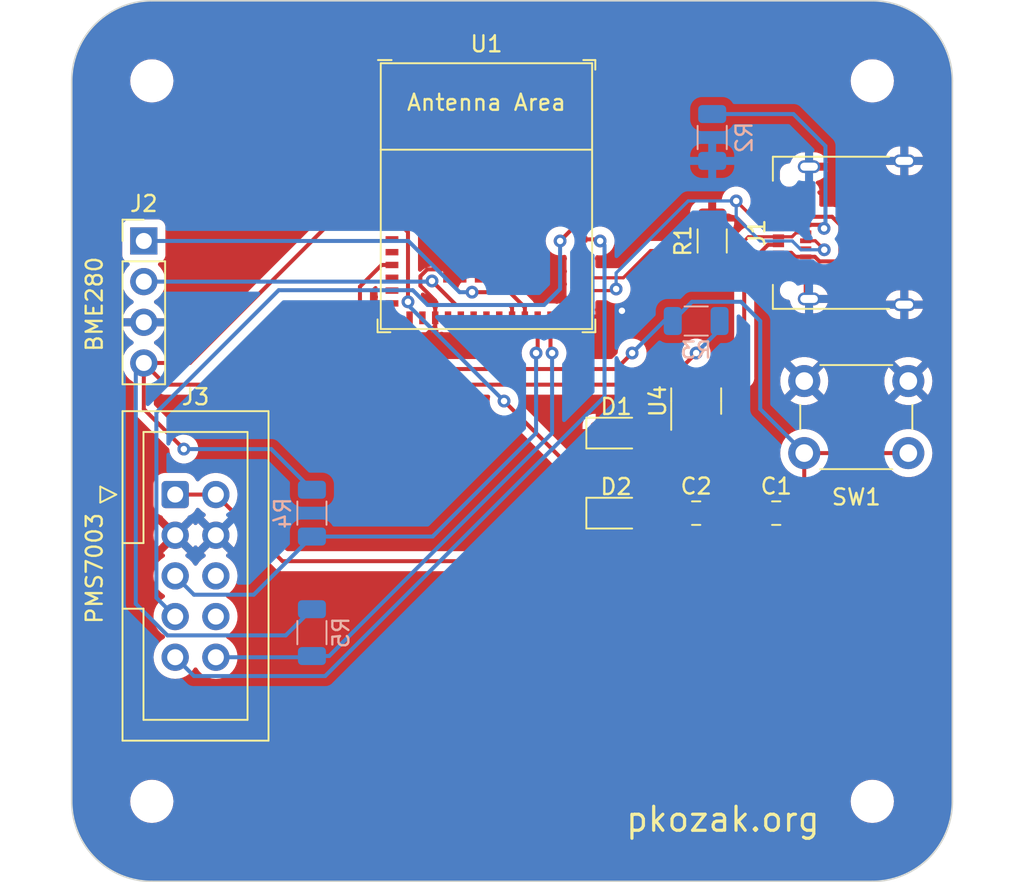
<source format=kicad_pcb>
(kicad_pcb (version 20221018) (generator pcbnew)
  (layers (0 "F.Cu" signal) (31 "B.Cu" signal) (34 "B.Paste" user) (35 "F.Paste" user) (36 "B.SilkS" user "B.Silkscreen") (37 "F.SilkS" user "F.Silkscreen") (38 "B.Mask" user) (39 "F.Mask" user) (44 "Edge.Cuts" user))
  (net 0 "")
  (net 1 "GND")
  (net 2 "+3.3V")
  (net 17 "/USB_D-")
  (net 18 "/USB_D+")
  (net 21 "/UART_TX")
  (net 22 "/UART_RX")
  (net 27 "Net-(U1-EN{slash}CHIP_PU)")
  (net 28 "+5V")
  (net 29 "/DEBUG_LED")
  (net 30 "/PMS_RESET")
  (net 31 "/PMS_SLEEP")
  (net 34 "Net-(J1-CC1)")
  (net 35 "Net-(J1-CC2)")
  (net 46 "/SDA")
  (net 47 "/SDC")
  (footprint "Capacitor_SMD:C_0805_2012Metric_Pad1.18x1.45mm_HandSolder" (layer "F.Cu") (at 59 52)
    (fp_text reference "C2" (at 0 -1.68) (layer "F.SilkS"))
    (fp_text value "4.7µF")
    (fp_line (start -0.261252 -0.735) (end 0.261252 -0.735) (stroke (width 0.12)) (layer "F.SilkS"))
    (fp_line (start -0.261252 0.735) (end 0.261252 0.735) (stroke (width 0.12)) (layer "F.SilkS"))
    (pad "1" smd roundrect (at -1.0375 0) (size 1.175 1.45) (layers "F.Cu" "F.Paste" "F.Mask") (roundrect_rratio 0.2127659574) (net 28 "+5V"))
    (pad "2" smd roundrect (at 1.0375 0) (size 1.175 1.45) (layers "F.Cu" "F.Paste" "F.Mask") (roundrect_rratio 0.2127659574) (net 1 "GND"))
  )
  (footprint "Connector_IDC:IDC-Header_2x05_P2.54mm_Vertical" (layer "F.Cu") (at 26.46 50.84)
    (fp_text reference "J3" (at 1.27 -6.1) (layer "F.SilkS"))
    (fp_text value "Conn_02x05_Odd_Even")
    (fp_line (start -4.68 -0.5) (end -4.68 0.5) (stroke (width 0.12)) (layer "F.SilkS"))
    (fp_line (start -4.68 0.5) (end -3.68 0) (stroke (width 0.12)) (layer "F.SilkS"))
    (fp_line (start -3.68 0) (end -4.68 -0.5) (stroke (width 0.12)) (layer "F.SilkS"))
    (fp_line (start -3.29 -5.21) (end 5.83 -5.21) (stroke (width 0.12)) (layer "F.SilkS"))
    (fp_line (start -3.29 3.03) (end -1.98 3.03) (stroke (width 0.12)) (layer "F.SilkS"))
    (fp_line (start -3.29 15.37) (end -3.29 -5.21) (stroke (width 0.12)) (layer "F.SilkS"))
    (fp_line (start -1.98 -3.91) (end 4.52 -3.91) (stroke (width 0.12)) (layer "F.SilkS"))
    (fp_line (start -1.98 3.03) (end -1.98 -3.91) (stroke (width 0.12)) (layer "F.SilkS"))
    (fp_line (start -1.98 7.13) (end -3.29 7.13) (stroke (width 0.12)) (layer "F.SilkS"))
    (fp_line (start -1.98 7.13) (end -1.98 7.13) (stroke (width 0.12)) (layer "F.SilkS"))
    (fp_line (start -1.98 14.07) (end -1.98 7.13) (stroke (width 0.12)) (layer "F.SilkS"))
    (fp_line (start 4.52 -3.91) (end 4.52 14.07) (stroke (width 0.12)) (layer "F.SilkS"))
    (fp_line (start 4.52 14.07) (end -1.98 14.07) (stroke (width 0.12)) (layer "F.SilkS"))
    (fp_line (start 5.83 -5.21) (end 5.83 15.37) (stroke (width 0.12)) (layer "F.SilkS"))
    (fp_line (start 5.83 15.37) (end -3.29 15.37) (stroke (width 0.12)) (layer "F.SilkS"))
    (pad "1" thru_hole roundrect (at 0 0) (size 1.7 1.7) (drill 1) (layers "*.Cu" "*.Mask") (roundrect_rratio 0.1470588235) (net 28 "+5V"))
    (pad "2" thru_hole circle (at 2.54 0) (size 1.7 1.7) (drill 1) (layers "*.Cu" "*.Mask") (net 28 "+5V"))
    (pad "3" thru_hole circle (at 0 2.54) (size 1.7 1.7) (drill 1) (layers "*.Cu" "*.Mask") (net 1 "GND"))
    (pad "4" thru_hole circle (at 2.54 2.54) (size 1.7 1.7) (drill 1) (layers "*.Cu" "*.Mask") (net 1 "GND"))
    (pad "5" thru_hole circle (at 0 5.08) (size 1.7 1.7) (drill 1) (layers "*.Cu" "*.Mask") (net 30 "/PMS_RESET"))
    (pad "6" thru_hole circle (at 2.54 5.08) (size 1.7 1.7) (drill 1) (layers "*.Cu" "*.Mask"))
    (pad "7" thru_hole circle (at 0 7.62) (size 1.7 1.7) (drill 1) (layers "*.Cu" "*.Mask") (net 21 "/UART_TX"))
    (pad "8" thru_hole circle (at 2.54 7.62) (size 1.7 1.7) (drill 1) (layers "*.Cu" "*.Mask"))
    (pad "9" thru_hole circle (at 0 10.16) (size 1.7 1.7) (drill 1) (layers "*.Cu" "*.Mask") (net 22 "/UART_RX"))
    (pad "10" thru_hole circle (at 2.54 10.16) (size 1.7 1.7) (drill 1) (layers "*.Cu" "*.Mask") (net 31 "/PMS_SLEEP"))
  )
  (footprint "MountingHole:MountingHole_2.2mm_M2" (layer "F.Cu") (at 70 70)
    (fp_text reference "REF**" hide)
    (fp_text value "MountingHole_2.2mm_M2")
    (pad "" np_thru_hole circle (at 0 0) (size 2.2 2.2) (drill 2.2) (layers "*.Cu" "*.Mask"))
  )
  (footprint "Connector_USB:USB_C_Receptacle_Amphenol_12401610E4-2A" (layer "F.Cu") (at 69.16 34.49 90)
    (fp_text reference "J1" (at 0 -6.36 90) (layer "F.SilkS"))
    (fp_text value "USB_C_Receptacle")
    (fp_line (start -4.75 -5.37) (end -4.75 1.89) (stroke (width 0.12)) (layer "F.SilkS"))
    (fp_line (start -4.75 -5.37) (end -3.25 -5.37) (stroke (width 0.12)) (layer "F.SilkS"))
    (fp_line (start 3.25 -5.37) (end 4.75 -5.37) (stroke (width 0.12)) (layer "F.SilkS"))
    (fp_line (start 4.75 -5.37) (end 4.75 1.89) (stroke (width 0.12)) (layer "F.SilkS"))
    (pad "" np_thru_hole circle (at -3.6 -4.36 90) (size 0.65 0.65) (drill 0.65) (layers "*.Cu" "*.Mask"))
    (pad "" np_thru_hole oval (at 3.6 -4.36 90) (size 0.95 0.65) (drill oval 0.95 0.65) (layers "*.Cu" "*.Mask"))
    (pad "A1" smd rect (at -2.75 -5.02 90) (size 0.3 0.7) (layers "F.Cu" "F.Paste" "F.Mask") (net 1 "GND"))
    (pad "A2" smd rect (at -2.25 -5.02 90) (size 0.3 0.7) (layers "F.Cu" "F.Paste" "F.Mask"))
    (pad "A3" smd rect (at -1.75 -5.02 90) (size 0.3 0.7) (layers "F.Cu" "F.Paste" "F.Mask"))
    (pad "A4" smd rect (at -1.25 -5.02 90) (size 0.3 0.7) (layers "F.Cu" "F.Paste" "F.Mask") (net 28 "+5V"))
    (pad "A5" smd rect (at -0.75 -5.02 90) (size 0.3 0.7) (layers "F.Cu" "F.Paste" "F.Mask") (net 34 "Net-(J1-CC1)"))
    (pad "A6" smd rect (at -0.25 -5.02 90) (size 0.3 0.7) (layers "F.Cu" "F.Paste" "F.Mask") (net 18 "/USB_D+"))
    (pad "A7" smd rect (at 0.25 -5.02 90) (size 0.3 0.7) (layers "F.Cu" "F.Paste" "F.Mask") (net 17 "/USB_D-"))
    (pad "A8" smd rect (at 0.75 -5.02 90) (size 0.3 0.7) (layers "F.Cu" "F.Paste" "F.Mask"))
    (pad "A9" smd rect (at 1.25 -5.02 90) (size 0.3 0.7) (layers "F.Cu" "F.Paste" "F.Mask") (net 28 "+5V"))
    (pad "A10" smd rect (at 1.75 -5.02 90) (size 0.3 0.7) (layers "F.Cu" "F.Paste" "F.Mask"))
    (pad "A11" smd rect (at 2.25 -5.02 90) (size 0.3 0.7) (layers "F.Cu" "F.Paste" "F.Mask"))
    (pad "A12" smd rect (at 2.75 -5.02 90) (size 0.3 0.7) (layers "F.Cu" "F.Paste" "F.Mask") (net 1 "GND"))
    (pad "B1" smd rect (at 2.5 -3.32 90) (size 0.3 0.7) (layers "F.Cu" "F.Paste" "F.Mask") (net 1 "GND"))
    (pad "B2" smd rect (at 2 -3.32 90) (size 0.3 0.7) (layers "F.Cu" "F.Paste" "F.Mask"))
    (pad "B3" smd rect (at 1.5 -3.32 90) (size 0.3 0.7) (layers "F.Cu" "F.Paste" "F.Mask"))
    (pad "B4" smd rect (at 1 -3.32 90) (size 0.3 0.7) (layers "F.Cu" "F.Paste" "F.Mask") (net 28 "+5V"))
    (pad "B5" smd rect (at 0.5 -3.32 90) (size 0.3 0.7) (layers "F.Cu" "F.Paste" "F.Mask") (net 35 "Net-(J1-CC2)"))
    (pad "B6" smd rect (at 0 -3.32 90) (size 0.3 0.7) (layers "F.Cu" "F.Paste" "F.Mask") (net 18 "/USB_D+"))
    (pad "B7" smd rect (at -0.5 -3.32 90) (size 0.3 0.7) (layers "F.Cu" "F.Paste" "F.Mask") (net 17 "/USB_D-"))
    (pad "B8" smd rect (at -1 -3.32 90) (size 0.3 0.7) (layers "F.Cu" "F.Paste" "F.Mask"))
    (pad "B9" smd rect (at -1.5 -3.32 90) (size 0.3 0.7) (layers "F.Cu" "F.Paste" "F.Mask") (net 28 "+5V"))
    (pad "B10" smd rect (at -2 -3.32 90) (size 0.3 0.7) (layers "F.Cu" "F.Paste" "F.Mask"))
    (pad "B11" smd rect (at -2.5 -3.32 90) (size 0.3 0.7) (layers "F.Cu" "F.Paste" "F.Mask"))
    (pad "B12" smd rect (at -3 -3.32 90) (size 0.3 0.7) (layers "F.Cu" "F.Paste" "F.Mask") (net 1 "GND"))
    (pad "S1" thru_hole oval (at -4.49 2.84 90) (size 0.8 1.4) (drill oval 0.5 1.1) (layers "*.Cu" "*.Mask") (net 1 "GND"))
    (pad "S1" thru_hole oval (at -4.13 -3.11 90) (size 0.8 1.4) (drill oval 0.5 1.1) (layers "*.Cu" "*.Mask") (net 1 "GND"))
    (pad "S1" thru_hole oval (at 4.13 -3.11 90) (size 0.8 1.4) (drill oval 0.5 1.1) (layers "*.Cu" "*.Mask") (net 1 "GND"))
    (pad "S1" thru_hole oval (at 4.49 2.84 90) (size 0.8 1.4) (drill oval 0.5 1.1) (layers "*.Cu" "*.Mask") (net 1 "GND"))
  )
  (footprint "LED_SMD:LED_0805_2012Metric_Pad1.15x1.40mm_HandSolder" (layer "F.Cu") (at 54 52)
    (fp_text reference "D2" (at 0 -1.65) (layer "F.SilkS"))
    (fp_text value "BLUE")
    (fp_line (start -1.86 -0.96) (end -1.86 0.96) (stroke (width 0.12)) (layer "F.SilkS"))
    (fp_line (start -1.86 0.96) (end 1 0.96) (stroke (width 0.12)) (layer "F.SilkS"))
    (fp_line (start 1 -0.96) (end -1.86 -0.96) (stroke (width 0.12)) (layer "F.SilkS"))
    (pad "1" smd roundrect (at -1.025 0) (size 1.15 1.4) (layers "F.Cu" "F.Paste" "F.Mask") (roundrect_rratio 0.2173913043) (net 1 "GND"))
    (pad "2" smd roundrect (at 1.025 0) (size 1.15 1.4) (layers "F.Cu" "F.Paste" "F.Mask") (roundrect_rratio 0.2173913043) (net 29 "/DEBUG_LED"))
  )
  (footprint "LED_SMD:LED_0805_2012Metric_Pad1.15x1.40mm_HandSolder" (layer "F.Cu") (at 54 47)
    (fp_text reference "D1" (at 0 -1.65) (layer "F.SilkS"))
    (fp_text value "RED")
    (fp_line (start -1.86 -0.96) (end -1.86 0.96) (stroke (width 0.12)) (layer "F.SilkS"))
    (fp_line (start -1.86 0.96) (end 1 0.96) (stroke (width 0.12)) (layer "F.SilkS"))
    (fp_line (start 1 -0.96) (end -1.86 -0.96) (stroke (width 0.12)) (layer "F.SilkS"))
    (pad "1" smd roundrect (at -1.025 0) (size 1.15 1.4) (layers "F.Cu" "F.Paste" "F.Mask") (roundrect_rratio 0.2173913043) (net 1 "GND"))
    (pad "2" smd roundrect (at 1.025 0) (size 1.15 1.4) (layers "F.Cu" "F.Paste" "F.Mask") (roundrect_rratio 0.2173913043) (net 2 "+3.3V"))
  )
  (footprint "Button_Switch_THT:SW_PUSH_6mm_H5mm" (layer "F.Cu") (at 65.75 43.75)
    (fp_text reference "SW1" (at 3.25 7.25) (layer "F.SilkS"))
    (fp_text value "SW_Push")
    (fp_line (start -0.25 1.5) (end -0.25 3) (stroke (width 0.12)) (layer "F.SilkS"))
    (fp_line (start 1 5.5) (end 5.5 5.5) (stroke (width 0.12)) (layer "F.SilkS"))
    (fp_line (start 5.5 -1) (end 1 -1) (stroke (width 0.12)) (layer "F.SilkS"))
    (fp_line (start 6.75 3) (end 6.75 1.5) (stroke (width 0.12)) (layer "F.SilkS"))
    (pad "1" thru_hole circle (at 0 0 90) (size 2 2) (drill 1.1) (layers "*.Cu" "*.Mask") (net 1 "GND"))
    (pad "1" thru_hole circle (at 6.5 0 90) (size 2 2) (drill 1.1) (layers "*.Cu" "*.Mask") (net 1 "GND"))
    (pad "2" thru_hole circle (at 0 4.5 90) (size 2 2) (drill 1.1) (layers "*.Cu" "*.Mask") (net 27 "Net-(U1-EN{slash}CHIP_PU)"))
    (pad "2" thru_hole circle (at 6.5 4.5 90) (size 2 2) (drill 1.1) (layers "*.Cu" "*.Mask") (net 27 "Net-(U1-EN{slash}CHIP_PU)"))
  )
  (footprint "Connector_PinHeader_2.54mm:PinHeader_1x04_P2.54mm_Vertical" (layer "F.Cu") (at 24.5 35)
    (fp_text reference "J2" (at 0 -2.33) (layer "F.SilkS"))
    (fp_text value "Conn_01x04_Pin")
    (fp_line (start -1.33 -1.33) (end 0 -1.33) (stroke (width 0.12)) (layer "F.SilkS"))
    (fp_line (start -1.33 0) (end -1.33 -1.33) (stroke (width 0.12)) (layer "F.SilkS"))
    (fp_line (start -1.33 1.27) (end -1.33 8.95) (stroke (width 0.12)) (layer "F.SilkS"))
    (fp_line (start -1.33 1.27) (end 1.33 1.27) (stroke (width 0.12)) (layer "F.SilkS"))
    (fp_line (start -1.33 8.95) (end 1.33 8.95) (stroke (width 0.12)) (layer "F.SilkS"))
    (fp_line (start 1.33 1.27) (end 1.33 8.95) (stroke (width 0.12)) (layer "F.SilkS"))
    (pad "1" thru_hole rect (at 0 0) (size 1.7 1.7) (drill 1) (layers "*.Cu" "*.Mask") (net 47 "/SDC"))
    (pad "2" thru_hole oval (at 0 2.54) (size 1.7 1.7) (drill 1) (layers "*.Cu" "*.Mask") (net 46 "/SDA"))
    (pad "3" thru_hole oval (at 0 5.08) (size 1.7 1.7) (drill 1) (layers "*.Cu" "*.Mask") (net 1 "GND"))
    (pad "4" thru_hole oval (at 0 7.62) (size 1.7 1.7) (drill 1) (layers "*.Cu" "*.Mask") (net 2 "+3.3V"))
  )
  (footprint "Capacitor_SMD:C_0805_2012Metric_Pad1.18x1.45mm_HandSolder" (layer "F.Cu") (at 64 52)
    (fp_text reference "C1" (at 0 -1.68) (layer "F.SilkS"))
    (fp_text value "100nF")
    (fp_line (start -0.261252 -0.735) (end 0.261252 -0.735) (stroke (width 0.12)) (layer "F.SilkS"))
    (fp_line (start -0.261252 0.735) (end 0.261252 0.735) (stroke (width 0.12)) (layer "F.SilkS"))
    (pad "1" smd roundrect (at -1.0375 0) (size 1.175 1.45) (layers "F.Cu" "F.Paste" "F.Mask") (roundrect_rratio 0.2127659574) (net 1 "GND"))
    (pad "2" smd roundrect (at 1.0375 0) (size 1.175 1.45) (layers "F.Cu" "F.Paste" "F.Mask") (roundrect_rratio 0.2127659574) (net 27 "Net-(U1-EN{slash}CHIP_PU)"))
  )
  (footprint "MountingHole:MountingHole_2.2mm_M2" (layer "F.Cu") (at 25 70)
    (fp_text reference "REF**" hide)
    (fp_text value "MountingHole_2.2mm_M2")
    (pad "" np_thru_hole circle (at 0 0) (size 2.2 2.2) (drill 2.2) (layers "*.Cu" "*.Mask"))
  )
  (footprint "Package_TO_SOT_SMD:SOT-23-5" (layer "F.Cu") (at 59 45 90)
    (fp_text reference "U4" (at 0 -2.4 90) (layer "F.SilkS"))
    (fp_text value "AP2112K-3.3")
    (fp_line (start 0 -1.56) (end -1.8 -1.56) (stroke (width 0.12)) (layer "F.SilkS"))
    (fp_line (start 0 -1.56) (end 0.8 -1.56) (stroke (width 0.12)) (layer "F.SilkS"))
    (fp_line (start 0 1.56) (end -0.8 1.56) (stroke (width 0.12)) (layer "F.SilkS"))
    (fp_line (start 0 1.56) (end 0.8 1.56) (stroke (width 0.12)) (layer "F.SilkS"))
    (pad "1" smd roundrect (at -1.1375 -0.95 90) (size 1.325 0.6) (layers "F.Cu" "F.Paste" "F.Mask") (net 28 "+5V"))
    (pad "2" smd roundrect (at -1.1375 0 90) (size 1.325 0.6) (layers "F.Cu" "F.Paste" "F.Mask") (net 1 "GND"))
    (pad "3" smd roundrect (at -1.1375 0.95 90) (size 1.325 0.6) (layers "F.Cu" "F.Paste" "F.Mask") (net 28 "+5V"))
    (pad "4" smd roundrect (at 1.1375 0.95 90) (size 1.325 0.6) (layers "F.Cu" "F.Paste" "F.Mask"))
    (pad "5" smd roundrect (at 1.1375 -0.95 90) (size 1.325 0.6) (layers "F.Cu" "F.Paste" "F.Mask") (net 2 "+3.3V"))
  )
  (footprint "MountingHole:MountingHole_2.2mm_M2" (layer "F.Cu") (at 70 25)
    (fp_text reference "REF**" hide)
    (fp_text value "MountingHole_2.2mm_M2")
    (pad "" np_thru_hole circle (at 0 0) (size 2.2 2.2) (drill 2.2) (layers "*.Cu" "*.Mask"))
  )
  (footprint "MountingHole:MountingHole_2.2mm_M2" (layer "F.Cu") (at 25 25)
    (fp_text reference "REF**" hide)
    (fp_text value "MountingHole_2.2mm_M2")
    (pad "" np_thru_hole circle (at 0 0) (size 2.2 2.2) (drill 2.2) (layers "*.Cu" "*.Mask"))
  )
  (footprint "PCM_Espressif:ESP32-C3-MINI-1" (layer "F.Cu") (at 45.9 32.2)
    (fp_text reference "U1" (at 0 -9.5) (layer "F.SilkS"))
    (fp_text value "ESP32-C3-MINI-1")
    (fp_text user "Antenna Area" (at 0 -5.85) (layer "F.SilkS"))
    (fp_line (start -6.8 7.7) (end -6.8 8.5) (stroke (width 0.12)) (layer "F.SilkS"))
    (fp_line (start -6.8 8.5) (end -6 8.5) (stroke (width 0.12)) (layer "F.SilkS"))
    (fp_line (start -6.6 -8.3) (end 6.6 -8.3) (stroke (width 0.12)) (layer "F.SilkS"))
    (fp_line (start -6.6 -2.9) (end 6.6 -2.9) (stroke (width 0.12)) (layer "F.SilkS"))
    (fp_line (start -6.6 8.3) (end -6.6 -8.3) (stroke (width 0.12)) (layer "F.SilkS"))
    (fp_line (start -5.925 -8.5) (end -6.775 -8.5) (stroke (width 0.12)) (layer "F.SilkS"))
    (fp_line (start 6.05 -8.5) (end 6.8 -8.5) (stroke (width 0.12)) (layer "F.SilkS"))
    (fp_line (start 6.6 -8.3) (end 6.6 8.3) (stroke (width 0.12)) (layer "F.SilkS"))
    (fp_line (start 6.6 8.3) (end -6.6 8.3) (stroke (width 0.12)) (layer "F.SilkS"))
    (fp_line (start 6.8 -8.5) (end 6.8 -7.9) (stroke (width 0.12)) (layer "F.SilkS"))
    (fp_line (start 6.8 7.7) (end 6.8 8.5) (stroke (width 0.12)) (layer "F.SilkS"))
    (fp_line (start 6.8 8.5) (end 6 8.5) (stroke (width 0.12)) (layer "F.SilkS"))
    (pad "1" smd rect (at -5.9 -1.3 90) (size 0.4 0.8) (layers "F.Cu" "F.Paste" "F.Mask") (net 1 "GND"))
    (pad "2" smd rect (at -5.9 -0.5 90) (size 0.4 0.8) (layers "F.Cu" "F.Paste" "F.Mask") (net 1 "GND"))
    (pad "3" smd rect (at -5.9 0.3 90) (size 0.4 0.8) (layers "F.Cu" "F.Paste" "F.Mask") (net 2 "+3.3V"))
    (pad "4" smd rect (at -5.9 1.1 90) (size 0.4 0.8) (layers "F.Cu" "F.Paste" "F.Mask"))
    (pad "5" smd rect (at -5.9 1.9 90) (size 0.4 0.8) (layers "F.Cu" "F.Paste" "F.Mask") (net 29 "/DEBUG_LED"))
    (pad "6" smd rect (at -5.9 2.7 90) (size 0.4 0.8) (layers "F.Cu" "F.Paste" "F.Mask"))
    (pad "7" smd rect (at -5.9 3.5 90) (size 0.4 0.8) (layers "F.Cu" "F.Paste" "F.Mask"))
    (pad "8" smd rect (at -5.9 4.3 90) (size 0.4 0.8) (layers "F.Cu" "F.Paste" "F.Mask") (net 27 "Net-(U1-EN{slash}CHIP_PU)"))
    (pad "9" smd rect (at -5.9 5.1 90) (size 0.4 0.8) (layers "F.Cu" "F.Paste" "F.Mask"))
    (pad "10" smd rect (at -5.9 5.9 90) (size 0.4 0.8) (layers "F.Cu" "F.Paste" "F.Mask"))
    (pad "11" smd rect (at -5.9 6.7 90) (size 0.4 0.8) (layers "F.Cu" "F.Paste" "F.Mask") (net 1 "GND"))
    (pad "12" smd rect (at -4.8 7.6) (size 0.4 0.8) (layers "F.Cu" "F.Paste" "F.Mask"))
    (pad "13" smd rect (at -4 7.6) (size 0.4 0.8) (layers "F.Cu" "F.Paste" "F.Mask"))
    (pad "14" smd rect (at -3.2 7.6) (size 0.4 0.8) (layers "F.Cu" "F.Paste" "F.Mask") (net 1 "GND"))
    (pad "15" smd rect (at -2.4 7.6) (size 0.4 0.8) (layers "F.Cu" "F.Paste" "F.Mask"))
    (pad "16" smd rect (at -1.6 7.6) (size 0.4 0.8) (layers "F.Cu" "F.Paste" "F.Mask"))
    (pad "17" smd rect (at -0.8 7.6) (size 0.4 0.8) (layers "F.Cu" "F.Paste" "F.Mask"))
    (pad "18" smd rect (at 0 7.6) (size 0.4 0.8) (layers "F.Cu" "F.Paste" "F.Mask"))
    (pad "19" smd rect (at 0.8 7.6) (size 0.4 0.8) (layers "F.Cu" "F.Paste" "F.Mask"))
    (pad "20" smd rect (at 1.6 7.6) (size 0.4 0.8) (layers "F.Cu" "F.Paste" "F.Mask") (net 46 "/SDA"))
    (pad "21" smd rect (at 2.4 7.6) (size 0.4 0.8) (layers "F.Cu" "F.Paste" "F.Mask") (net 47 "/SDC"))
    (pad "22" smd rect (at 3.2 7.6) (size 0.4 0.8) (layers "F.Cu" "F.Paste" "F.Mask") (net 30 "/PMS_RESET"))
    (pad "23" smd rect (at 4 7.6) (size 0.4 0.8) (layers "F.Cu" "F.Paste" "F.Mask") (net 31 "/PMS_SLEEP"))
    (pad "24" smd rect (at 4.8 7.6) (size 0.4 0.8) (layers "F.Cu" "F.Paste" "F.Mask"))
    (pad "25" smd rect (at 5.9 6.7 90) (size 0.4 0.8) (layers "F.Cu" "F.Paste" "F.Mask"))
    (pad "26" smd rect (at 5.9 5.9 90) (size 0.4 0.8) (layers "F.Cu" "F.Paste" "F.Mask") (net 17 "/USB_D-"))
    (pad "27" smd rect (at 5.9 5.1 90) (size 0.4 0.8) (layers "F.Cu" "F.Paste" "F.Mask") (net 18 "/USB_D+"))
    (pad "28" smd rect (at 5.9 4.3 90) (size 0.4 0.8) (layers "F.Cu" "F.Paste" "F.Mask"))
    (pad "29" smd rect (at 5.9 3.5 90) (size 0.4 0.8) (layers "F.Cu" "F.Paste" "F.Mask"))
    (pad "30" smd rect (at 5.9 2.7 90) (size 0.4 0.8) (layers "F.Cu" "F.Paste" "F.Mask") (net 22 "/UART_RX"))
    (pad "31" smd rect (at 5.9 1.9 90) (size 0.4 0.8) (layers "F.Cu" "F.Paste" "F.Mask") (net 21 "/UART_TX"))
    (pad "32" smd rect (at 5.9 1.1 90) (size 0.4 0.8) (layers "F.Cu" "F.Paste" "F.Mask"))
    (pad "33" smd rect (at 5.9 0.3 90) (size 0.4 0.8) (layers "F.Cu" "F.Paste" "F.Mask"))
    (pad "34" smd rect (at 5.9 -0.5 90) (size 0.4 0.8) (layers "F.Cu" "F.Paste" "F.Mask"))
    (pad "35" smd rect (at 5.9 -1.3 90) (size 0.4 0.8) (layers "F.Cu" "F.Paste" "F.Mask"))
    (pad "36" smd rect (at 4.8 -2.2) (size 0.4 0.8) (layers "F.Cu" "F.Paste" "F.Mask") (net 1 "GND"))
    (pad "37" smd rect (at 4 -2.2) (size 0.4 0.8) (layers "F.Cu" "F.Paste" "F.Mask") (net 1 "GND"))
    (pad "38" smd rect (at 3.2 -2.2) (size 0.4 0.8) (layers "F.Cu" "F.Paste" "F.Mask") (net 1 "GND"))
    (pad "39" smd rect (at 2.4 -2.2) (size 0.4 0.8) (layers "F.Cu" "F.Paste" "F.Mask") (net 1 "GND"))
    (pad "40" smd rect (at 1.6 -2.2) (size 0.4 0.8) (layers "F.Cu" "F.Paste" "F.Mask") (net 1 "GND"))
    (pad "41" smd rect (at 0.8 -2.2) (size 0.4 0.8) (layers "F.Cu" "F.Paste" "F.Mask") (net 1 "GND"))
    (pad "42" smd rect (at 0 -2.2) (size 0.4 0.8) (layers "F.Cu" "F.Paste" "F.Mask") (net 1 "GND"))
    (pad "43" smd rect (at -0.8 -2.2) (size 0.4 0.8) (layers "F.Cu" "F.Paste" "F.Mask") (net 1 "GND"))
    (pad "44" smd rect (at -1.6 -2.2) (size 0.4 0.8) (layers "F.Cu" "F.Paste" "F.Mask") (net 1 "GND"))
    (pad "45" smd rect (at -2.4 -2.2) (size 0.4 0.8) (layers "F.Cu" "F.Paste" "F.Mask") (net 1 "GND"))
    (pad "46" smd rect (at -3.2 -2.2) (size 0.4 0.8) (layers "F.Cu" "F.Paste" "F.Mask") (net 1 "GND"))
    (pad "47" smd rect (at -4 -2.2) (size 0.4 0.8) (layers "F.Cu" "F.Paste" "F.Mask") (net 1 "GND"))
    (pad "48" smd rect (at -4.8 -2.2) (size 0.4 0.8) (layers "F.Cu" "F.Paste" "F.Mask") (net 1 "GND"))
    (pad "49" smd custom (at -1.975 0.725) (size 0.8 0.8) (layers "F.Cu" "F.Paste" "F.Mask") (net 1 "GND") (options (clearance outline) (anchor rect)) (primitives (gr_poly (pts (xy 0.725 0.725) (xy -0.725 0.725) (xy -0.725 -0.125) (xy -0.125 -0.725) (xy 0.725 -0.725)) (width 0) (fill yes))))
    (pad "49" smd rect (at -1.975 2.7 90) (size 1.45 1.45) (layers "F.Cu" "F.Paste" "F.Mask") (net 1 "GND"))
    (pad "49" smd rect (at -1.975 4.675 90) (size 1.45 1.45) (layers "F.Cu" "F.Paste" "F.Mask") (net 1 "GND"))
    (pad "49" smd rect (at 0 0.725 90) (size 1.45 1.45) (layers "F.Cu" "F.Paste" "F.Mask") (net 1 "GND"))
    (pad "49" smd rect (at 0 2.7 90) (size 1.45 1.45) (layers "F.Cu" "F.Paste" "F.Mask") (net 1 "GND"))
    (pad "49" smd rect (at 0 4.675 90) (size 1.45 1.45) (layers "F.Cu" "F.Paste" "F.Mask") (net 1 "GND"))
    (pad "49" smd rect (at 1.975 0.725 90) (size 1.45 1.45) (layers "F.Cu" "F.Paste" "F.Mask") (net 1 "GND"))
    (pad "49" smd rect (at 1.975 2.7 90) (size 1.45 1.45) (layers "F.Cu" "F.Paste" "F.Mask") (net 1 "GND"))
    (pad "49" smd rect (at 1.975 4.675 90) (size 1.45 1.45) (layers "F.Cu" "F.Paste" "F.Mask") (net 1 "GND"))
    (pad "50" smd rect (at 5.95 -2.25 90) (size 0.7 0.7) (layers "F.Cu" "F.Paste" "F.Mask") (net 1 "GND"))
    (pad "51" smd rect (at 5.95 7.65 90) (size 0.7 0.7) (layers "F.Cu" "F.Paste" "F.Mask") (net 1 "GND"))
    (pad "52" smd rect (at -5.95 7.65 90) (size 0.7 0.7) (layers "F.Cu" "F.Paste" "F.Mask") (net 1 "GND"))
    (pad "53" smd rect (at -5.95 -2.25 90) (size 0.7 0.7) (layers "F.Cu" "F.Paste" "F.Mask") (net 1 "GND"))
  )
  (footprint "Resistor_SMD:R_1206_3216Metric" (layer "F.Cu") (at 60 35 90)
    (fp_text reference "R1" (at 0 -1.82 90) (layer "F.SilkS"))
    (fp_text value "5.1kΩ")
    (fp_line (start -0.727064 -0.91) (end 0.727064 -0.91) (stroke (width 0.12)) (layer "F.SilkS"))
    (fp_line (start -0.727064 0.91) (end 0.727064 0.91) (stroke (width 0.12)) (layer "F.SilkS"))
    (pad "1" smd roundrect (at -1.4625 0 90) (size 1.125 1.75) (layers "F.Cu" "F.Paste" "F.Mask") (roundrect_rratio 0.2222222222) (net 34 "Net-(J1-CC1)"))
    (pad "2" smd roundrect (at 1.4625 0 90) (size 1.125 1.75) (layers "F.Cu" "F.Paste" "F.Mask") (roundrect_rratio 0.2222222222) (net 1 "GND"))
  )
  (footprint "Resistor_SMD:R_1206_3216Metric" (layer "B.Cu") (at 35 52 -90)
    (fp_text reference "R4" (at 0 1.82 90) (layer "B.SilkS") (effects (justify mirror)))
    (fp_text value "10kΩ")
    (fp_line (start -0.727064 -0.91) (end 0.727064 -0.91) (stroke (width 0.12)) (layer "B.SilkS"))
    (fp_line (start -0.727064 0.91) (end 0.727064 0.91) (stroke (width 0.12)) (layer "B.SilkS"))
    (pad "1" smd roundrect (at -1.4625 0 270) (size 1.125 1.75) (layers "B.Cu" "B.Paste" "B.Mask") (roundrect_rratio 0.2222222222) (net 2 "+3.3V"))
    (pad "2" smd roundrect (at 1.4625 0 270) (size 1.125 1.75) (layers "B.Cu" "B.Paste" "B.Mask") (roundrect_rratio 0.2222222222) (net 30 "/PMS_RESET"))
  )
  (footprint "Resistor_SMD:R_1206_3216Metric" (layer "B.Cu") (at 59 40)
    (fp_text reference "R3" (at 0 1.82 -360) (layer "B.SilkS") (effects (justify mirror)))
    (fp_text value "10kΩ")
    (fp_line (start -0.727064 -0.91) (end 0.727064 -0.91) (stroke (width 0.12)) (layer "B.SilkS"))
    (fp_line (start -0.727064 0.91) (end 0.727064 0.91) (stroke (width 0.12)) (layer "B.SilkS"))
    (pad "1" smd roundrect (at -1.4625 0) (size 1.125 1.75) (layers "B.Cu" "B.Paste" "B.Mask") (roundrect_rratio 0.2222222222) (net 27 "Net-(U1-EN{slash}CHIP_PU)"))
    (pad "2" smd roundrect (at 1.4625 0) (size 1.125 1.75) (layers "B.Cu" "B.Paste" "B.Mask") (roundrect_rratio 0.2222222222) (net 2 "+3.3V"))
  )
  (footprint "Resistor_SMD:R_1206_3216Metric" (layer "B.Cu") (at 35 59.4625 90)
    (fp_text reference "R5" (at 0 1.82 90) (layer "B.SilkS") (effects (justify mirror)))
    (fp_text value "10kΩ")
    (fp_line (start -0.727064 -0.91) (end 0.727064 -0.91) (stroke (width 0.12)) (layer "B.SilkS"))
    (fp_line (start -0.727064 0.91) (end 0.727064 0.91) (stroke (width 0.12)) (layer "B.SilkS"))
    (pad "1" smd roundrect (at -1.4625 0 90) (size 1.125 1.75) (layers "B.Cu" "B.Paste" "B.Mask") (roundrect_rratio 0.2222222222) (net 31 "/PMS_SLEEP"))
    (pad "2" smd roundrect (at 1.4625 0 90) (size 1.125 1.75) (layers "B.Cu" "B.Paste" "B.Mask") (roundrect_rratio 0.2222222222) (net 2 "+3.3V"))
  )
  (footprint "Resistor_SMD:R_1206_3216Metric" (layer "B.Cu") (at 60 28.5375 -90)
    (fp_text reference "R2" (at 0 -2 90) (layer "B.SilkS") (effects (justify mirror)))
    (fp_text value "5.1kΩ")
    (fp_line (start -0.727064 -0.91) (end 0.727064 -0.91) (stroke (width 0.12)) (layer "B.SilkS"))
    (fp_line (start -0.727064 0.91) (end 0.727064 0.91) (stroke (width 0.12)) (layer "B.SilkS"))
    (pad "1" smd roundrect (at -1.4625 0 270) (size 1.125 1.75) (layers "B.Cu" "B.Paste" "B.Mask") (roundrect_rratio 0.2222222222) (net 35 "Net-(J1-CC2)"))
    (pad "2" smd roundrect (at 1.4625 0 270) (size 1.125 1.75) (layers "B.Cu" "B.Paste" "B.Mask") (roundrect_rratio 0.2222222222) (net 1 "GND"))
  )
  (gr_line (start 75 70) (end 75 25) (stroke (width 0.1)) (layer "Edge.Cuts"))
  (gr_line (start 20 25) (end 20 70) (stroke (width 0.1)) (layer "Edge.Cuts"))
  (gr_arc (start 25 75) (mid 21.464466 73.535534) (end 20 70) (stroke (width 0.1)) (layer "Edge.Cuts"))
  (gr_line (start 25 75) (end 70 75) (stroke (width 0.1)) (layer "Edge.Cuts"))
  (gr_arc (start 70 20) (mid 73.535534 21.464466) (end 75 25) (stroke (width 0.1)) (layer "Edge.Cuts"))
  (gr_arc (start 75 70) (mid 73.535534 73.535534) (end 70 75) (stroke (width 0.1)) (layer "Edge.Cuts"))
  (gr_arc (start 20 25) (mid 21.464466 21.464466) (end 25 20) (stroke (width 0.1)) (layer "Edge.Cuts"))
  (gr_line (start 70 20) (end 25 20) (stroke (width 0.1)) (layer "Edge.Cuts"))
  (gr_text "pkozak.org" (at 54.5 72) (layer "F.SilkS") (effects (font (size 1.5 1.5) (thickness 0.2)) (justify left bottom)))
  (gr_text "BME280" (at 22 42 90) (layer "F.SilkS") (effects (font (size 1 1)) (justify left bottom)))
  (gr_text "PMS7003" (at 22 59 90) (layer "F.SilkS") (effects (font (size 1 1)) (justify left bottom)))
  (segment (start 64.14 37.24) (end 64.94 37.24) (width 0.25) (layer "F.Cu") (net 1))
  (segment (start 54.362653 39.362653) (end 53.875305 39.85) (width 0.25) (layer "F.Cu") (net 1))
  (segment (start 42.7 38.725305) (end 41.775 37.800305) (width 0.25) (layer "F.Cu") (net 1))
  (segment (start 64.94 37.24) (end 65.19 37.49) (width 0.25) (layer "F.Cu") (net 1))
  (segment (start 66.05 31.78) (end 66.05 30.36) (width 0.25) (layer "F.Cu") (net 1))
  (segment (start 24.5 40.08) (end 28.92 40.08) (width 0.25) (layer "F.Cu") (net 1))
  (segment (start 41.05 29.95) (end 41.1 30) (width 0.25) (layer "F.Cu") (net 1))
  (segment (start 37.3 31.7) (end 40 31.7) (width 0.25) (layer "F.Cu") (net 1))
  (segment (start 40 39.8) (end 39.95 39.85) (width 0.25) (layer "F.Cu") (net 1))
  (segment (start 52 29.95) (end 51.85 29.95) (width 0.25) (layer "F.Cu") (net 1))
  (segment (start 53.875305 39.85) (end 51.85 39.85) (width 0.25) (layer "F.Cu") (net 1))
  (segment (start 40 38.9) (end 40 39.8) (width 0.25) (layer "F.Cu") (net 1))
  (segment (start 42.199695 36.775) (end 43.825 36.775) (width 0.25) (layer "F.Cu") (net 1))
  (segment (start 65.84 31.99) (end 65.59 31.74) (width 0.25) (layer "F.Cu") (net 1))
  (segment (start 41 41) (end 42 41) (width 0.25) (layer "F.Cu") (net 1))
  (segment (start 41.775 37.800305) (end 41.775 37.199695) (width 0.25) (layer "F.Cu") (net 1))
  (segment (start 39.95 39.85) (end 39.95 39.95) (width 0.25) (layer "F.Cu") (net 1))
  (segment (start 42.7 39.8) (end 42.7 38.725305) (width 0.25) (layer "F.Cu") (net 1))
  (segment (start 65.84 37.49) (end 65.84 38.41) (width 0.25) (layer "F.Cu") (net 1))
  (segment (start 65.84 31.99) (end 66.05 31.78) (width 0.25) (layer "F.Cu") (net 1))
  (segment (start 65.59 31.74) (end 64.14 31.74) (width 0.25) (layer "F.Cu") (net 1))
  (segment (start 60 51.9625) (end 60.0375 52) (width 0.25) (layer "F.Cu") (net 1))
  (segment (start 42 41) (end 42.7 40.3) (width 0.25) (layer "F.Cu") (net 1))
  (segment (start 59 46.1375) (end 59 49) (width 0.25) (layer "F.Cu") (net 1))
  (segment (start 59 49) (end 60 50) (width 0.25) (layer "F.Cu") (net 1))
  (segment (start 65.19 37.49) (end 65.84 37.49) (width 0.25) (layer "F.Cu") (net 1))
  (segment (start 43.825 36.775) (end 43.925 36.875) (width 0.25) (layer "F.Cu") (net 1))
  (segment (start 65.84 38.41) (end 66.05 38.62) (width 0.25) (layer "F.Cu") (net 1))
  (segment (start 28.92 40.08) (end 37.3 31.7) (width 0.25) (layer "F.Cu") (net 1))
  (segment (start 41.775 37.199695) (end 42.199695 36.775) (width 0.25) (layer "F.Cu") (net 1))
  (segment (start 50.75 29.95) (end 50.7 30) (width 0.25) (layer "F.Cu") (net 1))
  (segment (start 60 50) (end 60 51.9625) (width 0.25) (layer "F.Cu") (net 1))
  (segment (start 39.95 39.95) (end 41 41) (width 0.25) (layer "F.Cu") (net 1))
  (segment (start 42.7 40.3) (end 42.7 39.8) (width 0.25) (layer "F.Cu") (net 1))
  (via (at 54.362653 39.362653) (size 0.8) (drill 0.4) (layers "F.Cu" "B.Cu") (net 1))
  (segment (start 24.5 42.62) (end 24.5 45.5) (width 0.25) (layer "F.Cu") (net 2))
  (segment (start 27.38 42.62) (end 37.5 32.5) (width 0.25) (layer "F.Cu") (net 2))
  (segment (start 58.05 43.8625) (end 58.05 42.95) (width 0.25) (layer "F.Cu") (net 2))
  (segment (start 56 47) (end 57 46) (width 0.25) (layer "F.Cu") (net 2))
  (segment (start 58.05 43.8625) (end 57.9375 43.975) (width 0.25) (layer "F.Cu") (net 2))
  (segment (start 57 44.9125) (end 58.05 43.8625) (width 0.25) (layer "F.Cu") (net 2))
  (segment (start 25.855 43.975) (end 24.5 42.62) (width 0.25) (layer "F.Cu") (net 2))
  (segment (start 24.5 45.5) (end 27 48) (width 0.25) (layer "F.Cu") (net 2))
  (segment (start 58.05 42.95) (end 59 42) (width 0.25) (layer "F.Cu") (net 2))
  (segment (start 55.025 47) (end 56 47) (width 0.25) (layer "F.Cu") (net 2))
  (segment (start 24.5 42.62) (end 27.38 42.62) (width 0.25) (layer "F.Cu") (net 2))
  (segment (start 57.9375 43.975) (end 25.855 43.975) (width 0.25) (layer "F.Cu") (net 2))
  (segment (start 57 46) (end 57 44.9125) (width 0.25) (layer "F.Cu") (net 2))
  (segment (start 37.5 32.5) (end 40 32.5) (width 0.25) (layer "F.Cu") (net 2))
  (via (at 27 48) (size 0.8) (drill 0.4) (layers "F.Cu" "B.Cu") (net 2))
  (via (at 59 42) (size 0.8) (drill 0.4) (layers "F.Cu" "B.Cu") (net 2))
  (segment (start 24 57.661701) (end 24 43.12) (width 0.25) (layer "B.Cu") (net 2))
  (segment (start 35 58) (end 33.365 59.635) (width 0.25) (layer "B.Cu") (net 2))
  (segment (start 60.4625 40) (end 60.4625 40.5375) (width 0.25) (layer "B.Cu") (net 2))
  (segment (start 24 43.12) (end 24.5 42.62) (width 0.25) (layer "B.Cu") (net 2))
  (segment (start 60.4625 40.5375) (end 59 42) (width 0.25) (layer "B.Cu") (net 2))
  (segment (start 32.4625 48) (end 27 48) (width 0.25) (layer "B.Cu") (net 2))
  (segment (start 25.973299 59.635) (end 24 57.661701) (width 0.25) (layer "B.Cu") (net 2))
  (segment (start 35 50.5375) (end 32.4625 48) (width 0.25) (layer "B.Cu") (net 2))
  (segment (start 33.365 59.635) (end 25.973299 59.635) (width 0.25) (layer "B.Cu") (net 2))
  (segment (start 61.5 32.5) (end 63.24 34.24) (width 0.2) (layer "F.Cu") (net 17))
  (segment (start 66.44 34.99) (end 65.84 34.99) (width 0.2) (layer "F.Cu") (net 17))
  (segment (start 67 35.55) (end 66.44 34.99) (width 0.2) (layer "F.Cu") (net 17))
  (segment (start 53.9 38.1) (end 51.8 38.1) (width 0.2) (layer "F.Cu") (net 17))
  (segment (start 63.24 34.24) (end 64.14 34.24) (width 0.2) (layer "F.Cu") (net 17))
  (segment (start 54 38) (end 53.9 38.1) (width 0.2) (layer "F.Cu") (net 17))
  (via (at 67 35.55) (size 0.8) (drill 0.4) (layers "F.Cu" "B.Cu") (net 17))
  (via (at 54 38) (size 0.8) (drill 0.4) (layers "F.Cu" "B.Cu") (net 17))
  (via (at 61.5 32.5) (size 0.8) (drill 0.4) (layers "F.Cu" "B.Cu") (net 17))
  (segment (start 65 35) (end 63 35) (width 0.2) (layer "B.Cu") (net 17))
  (segment (start 67 35.55) (end 65.55 35.55) (width 0.2) (layer "B.Cu") (net 17))
  (segment (start 58.5 32.5) (end 54 37) (width 0.2) (layer "B.Cu") (net 17))
  (segment (start 65.55 35.55) (end 65 35) (width 0.2) (layer "B.Cu") (net 17))
  (segment (start 61.5 33.5) (end 61.5 32.5) (width 0.2) (layer "B.Cu") (net 17))
  (segment (start 61.5 32.5) (end 58.5 32.5) (width 0.2) (layer "B.Cu") (net 17))
  (segment (start 54 37) (end 54 38) (width 0.2) (layer "B.Cu") (net 17))
  (segment (start 63 35) (end 61.5 33.5) (width 0.2) (layer "B.Cu") (net 17))
  (segment (start 65.24 34.49) (end 65.84 34.49) (width 0.2) (layer "F.Cu") (net 18))
  (segment (start 56.15 35.6) (end 61.4 35.6) (width 0.2) (layer "F.Cu") (net 18))
  (segment (start 62.26 34.74) (end 64.14 34.74) (width 0.2) (layer "F.Cu") (net 18))
  (segment (start 61.4 35.6) (end 62.26 34.74) (width 0.2) (layer "F.Cu") (net 18))
  (segment (start 64.99 34.74) (end 65.24 34.49) (width 0.2) (layer "F.Cu") (net 18))
  (segment (start 54.45 37.3) (end 56.15 35.6) (width 0.2) (layer "F.Cu") (net 18))
  (segment (start 51.8 37.3) (end 54.45 37.3) (width 0.2) (layer "F.Cu") (net 18))
  (segment (start 64.14 34.74) (end 64.99 34.74) (width 0.2) (layer "F.Cu") (net 18))
  (segment (start 50.5 35) (end 51.4 34.1) (width 0.25) (layer "F.Cu") (net 21))
  (segment (start 51.4 34.1) (end 51.8 34.1) (width 0.25) (layer "F.Cu") (net 21))
  (via (at 50.5 35) (size 0.8) (drill 0.4) (layers "F.Cu" "B.Cu") (net 21))
  (segment (start 50.5 35) (end 50.5 38) (width 0.25) (layer "B.Cu") (net 21))
  (segment (start 25.285 57.285) (end 25.285 45.715) (width 0.25) (layer "B.Cu") (net 21))
  (segment (start 49.5 39) (end 50.5 38) (width 0.25) (layer "B.Cu") (net 21))
  (segment (start 42.224807 39) (end 49.5 39) (width 0.25) (layer "B.Cu") (net 21))
  (segment (start 25.285 45.715) (end 32.924502 38.075498) (width 0.25) (layer "B.Cu") (net 21))
  (segment (start 41.300305 38.075498) (end 42.224807 39) (width 0.25) (layer "B.Cu") (net 21))
  (segment (start 32.924502 38.075498) (end 41.300305 38.075498) (width 0.25) (layer "B.Cu") (net 21))
  (segment (start 26.46 58.46) (end 25.285 57.285) (width 0.25) (layer "B.Cu") (net 21))
  (segment (start 52.9 34.9) (end 53 35) (width 0.25) (layer "F.Cu") (net 22))
  (segment (start 51.8 34.9) (end 52.9 34.9) (width 0.25) (layer "F.Cu") (net 22))
  (via (at 53 35) (size 0.8) (drill 0.4) (layers "F.Cu" "B.Cu") (net 22))
  (segment (start 35.825 62.175) (end 27.635 62.175) (width 0.25) (layer "B.Cu") (net 22))
  (segment (start 27.635 62.175) (end 26.46 61) (width 0.25) (layer "B.Cu") (net 22))
  (segment (start 53.275 35.275) (end 53.275 44.725) (width 0.25) (layer "B.Cu") (net 22))
  (segment (start 53 35) (end 53.275 35.275) (width 0.25) (layer "B.Cu") (net 22))
  (segment (start 53.275 44.725) (end 35.825 62.175) (width 0.25) (layer "B.Cu") (net 22))
  (segment (start 65.0375 52) (end 65.75 51.2875) (width 0.25) (layer "F.Cu") (net 27))
  (segment (start 39 43) (end 54 43) (width 0.25) (layer "F.Cu") (net 27))
  (segment (start 38 42) (end 39 43) (width 0.25) (layer "F.Cu") (net 27))
  (segment (start 38 37.85) (end 38 42) (width 0.25) (layer "F.Cu") (net 27))
  (segment (start 65.75 51.2875) (end 65.75 48.25) (width 0.25) (layer "F.Cu") (net 27))
  (segment (start 65.75 48.25) (end 72.25 48.25) (width 0.25) (layer "F.Cu") (net 27))
  (segment (start 39.35 36.5) (end 38 37.85) (width 0.25) (layer "F.Cu") (net 27))
  (segment (start 40 36.5) (end 39.35 36.5) (width 0.25) (layer "F.Cu") (net 27))
  (segment (start 54 43) (end 55 42) (width 0.25) (layer "F.Cu") (net 27))
  (via (at 55 42) (size 0.8) (drill 0.4) (layers "F.Cu" "B.Cu") (net 27))
  (segment (start 55 42) (end 57 40) (width 0.25) (layer "B.Cu") (net 27))
  (segment (start 57 40) (end 57.5375 40) (width 0.25) (layer "B.Cu") (net 27))
  (segment (start 63 40) (end 63 45.5) (width 0.25) (layer "B.Cu") (net 27))
  (segment (start 61.8 38.8) (end 63 40) (width 0.25) (layer "B.Cu") (net 27))
  (segment (start 57.5375 40) (end 58.7375 38.8) (width 0.25) (layer "B.Cu") (net 27))
  (segment (start 58.7375 38.8) (end 61.8 38.8) (width 0.25) (layer "B.Cu") (net 27))
  (segment (start 63 45.5) (end 65.75 48.25) (width 0.25) (layer "B.Cu") (net 27))
  (segment (start 64.14 35.74) (end 63.626396 35.74) (width 0.25) (layer "F.Cu") (net 28))
  (segment (start 57.9625 52) (end 54.9625 55) (width 0.25) (layer "F.Cu") (net 28))
  (segment (start 64.94 33.24) (end 65.19 33.49) (width 0.25) (layer "F.Cu") (net 28))
  (segment (start 68 34) (end 68 36) (width 0.25) (layer "F.Cu") (net 28))
  (segment (start 57.9625 46.225) (end 58.05 46.1375) (width 0.25) (layer "F.Cu") (net 28))
  (segment (start 67.49 33.49) (end 68 34) (width 0.25) (layer "F.Cu") (net 28))
  (segment (start 66.699695 36.275) (end 67.725 36.275) (width 0.25) (layer "F.Cu") (net 28))
  (segment (start 66.414695 35.99) (end 66.699695 36.275) (width 0.25) (layer "F.Cu") (net 28))
  (segment (start 54.9625 55) (end 54 55) (width 0.25) (layer "F.Cu") (net 28))
  (segment (start 64.14 35.74) (end 64.94 35.74) (width 0.25) (layer "F.Cu") (net 28))
  (segment (start 59.95 45.59375) (end 62 43.54375) (width 0.25) (layer "F.Cu") (net 28))
  (segment (start 65.84 33.49) (end 67.49 33.49) (width 0.25) (layer "F.Cu") (net 28))
  (segment (start 26.46 50.84) (end 29 50.84) (width 0.25) (layer "F.Cu") (net 28))
  (segment (start 59.95 46.1375) (end 59.95 45.753249) (width 0.25) (layer "F.Cu") (net 28))
  (segment (start 59.95 46.1375) (end 59.95 45.59375) (width 0.25) (layer "F.Cu") (net 28))
  (segment (start 64.94 35.74) (end 65.19 35.99) (width 0.25) (layer "F.Cu") (net 28))
  (segment (start 59.95 45.753249) (end 59.346751 45.15) (width 0.25) (layer "F.Cu") (net 28))
  (segment (start 65.19 33.49) (end 65.84 33.49) (width 0.25) (layer "F.Cu") (net 28))
  (segment (start 58.653249 45.15) (end 58.05 45.753249) (width 0.25) (layer "F.Cu") (net 28))
  (segment (start 64.14 33.24) (end 64.94 33.24) (width 0.25) (layer "F.Cu") (net 28))
  (segment (start 59.346751 45.15) (end 58.653249 45.15) (width 0.25) (layer "F.Cu") (net 28))
  (segment (start 67.725 36.275) (end 68 36) (width 0.25) (layer "F.Cu") (net 28))
  (segment (start 63.626396 35.74) (end 62 37.366396) (width 0.25) (layer "F.Cu") (net 28))
  (segment (start 29 50.84) (end 33.16 55) (width 0.25) (layer "F.Cu") (net 28))
  (segment (start 62 37.366396) (end 62 43.54375) (width 0.25) (layer "F.Cu") (net 28))
  (segment (start 65.84 35.99) (end 66.414695 35.99) (width 0.25) (layer "F.Cu") (net 28))
  (segment (start 58.05 45.753249) (end 58.05 46.1375) (width 0.25) (layer "F.Cu") (net 28))
  (segment (start 57.9625 52) (end 57.9625 46.225) (width 0.25) (layer "F.Cu") (net 28))
  (segment (start 33.16 55) (end 54 55) (width 0.25) (layer "F.Cu") (net 28))
  (segment (start 65.19 35.99) (end 65.84 35.99) (width 0.25) (layer "F.Cu") (net 28))
  (segment (start 41 38.800498) (end 41 34.45) (width 0.25) (layer "F.Cu") (net 29))
  (segment (start 40.65 34.1) (end 40 34.1) (width 0.25) (layer "F.Cu") (net 29))
  (segment (start 41 34.45) (end 40.65 34.1) (width 0.25) (layer "F.Cu") (net 29))
  (segment (start 52 50) (end 53.025 50) (width 0.25) (layer "F.Cu") (net 29))
  (segment (start 47 45) (end 52 50) (width 0.25) (layer "F.Cu") (net 29))
  (segment (start 53.025 50) (end 55.025 52) (width 0.25) (layer "F.Cu") (net 29))
  (via (at 47 45) (size 0.8) (drill 0.4) (layers "F.Cu" "B.Cu") (net 29))
  (via (at 41 38.800498) (size 0.8) (drill 0.4) (layers "F.Cu" "B.Cu") (net 29))
  (segment (start 41 39) (end 41 38.800498) (width 0.25) (layer "B.Cu") (net 29))
  (segment (start 47 45) (end 41 39) (width 0.25) (layer "B.Cu") (net 29))
  (segment (start 49.1 41.9) (end 49 42) (width 0.25) (layer "F.Cu") (net 30))
  (segment (start 49.1 39.8) (end 49.1 41.9) (width 0.25) (layer "F.Cu") (net 30))
  (via (at 49 42) (size 0.8) (drill 0.4) (layers "F.Cu" "B.Cu") (net 30))
  (segment (start 31.3675 57.095) (end 27.635 57.095) (width 0.25) (layer "B.Cu") (net 30))
  (segment (start 31.3675 57.095) (end 35 53.4625) (width 0.25) (layer "B.Cu") (net 30))
  (segment (start 42.5375 53.4625) (end 49 47) (width 0.25) (layer "B.Cu") (net 30))
  (segment (start 26.46 55.92) (end 27.635 57.095) (width 0.25) (layer "B.Cu") (net 30))
  (segment (start 49 47) (end 49 45) (width 0.25) (layer "B.Cu") (net 30))
  (segment (start 35 53.4625) (end 42.5375 53.4625) (width 0.25) (layer "B.Cu") (net 30))
  (segment (start 49 45) (end 49 42) (width 0.25) (layer "B.Cu") (net 30))
  (segment (start 49.9 41.9) (end 49.9 39.8) (width 0.25) (layer "F.Cu") (net 31))
  (segment (start 50 42) (end 49.9 41.9) (width 0.25) (layer "F.Cu") (net 31))
  (via (at 50 42) (size 0.8) (drill 0.4) (layers "F.Cu" "B.Cu") (net 31))
  (segment (start 35 60.925) (end 34.925 61) (width 0.25) (layer "B.Cu") (net 31))
  (segment (start 50 47) (end 50 42) (width 0.25) (layer "B.Cu") (net 31))
  (segment (start 36.075 60.925) (end 50 47) (width 0.25) (layer "B.Cu") (net 31))
  (segment (start 35 60.925) (end 36.075 60.925) (width 0.25) (layer "B.Cu") (net 31))
  (segment (start 34.925 61) (end 29 61) (width 0.25) (layer "B.Cu") (net 31))
  (segment (start 63.49 35.24) (end 64.14 35.24) (width 0.25) (layer "F.Cu") (net 34))
  (segment (start 60 36.4625) (end 62.2675 36.4625) (width 0.25) (layer "F.Cu") (net 34))
  (segment (start 62.2675 36.4625) (end 63.49 35.24) (width 0.25) (layer "F.Cu") (net 34))
  (segment (start 66.763201 33.99) (end 66.987701 34.2145) (width 0.25) (layer "F.Cu") (net 35))
  (segment (start 65.84 33.99) (end 66.763201 33.99) (width 0.25) (layer "F.Cu") (net 35))
  (via (at 66.987701 34.2145) (size 0.8) (drill 0.4) (layers "F.Cu" "B.Cu") (net 35))
  (segment (start 67.075 29.075) (end 65.075 27.075) (width 0.25) (layer "B.Cu") (net 35))
  (segment (start 67.075 34.127201) (end 67.075 29.075) (width 0.25) (layer "B.Cu") (net 35))
  (segment (start 66.987701 34.2145) (end 67.075 34.127201) (width 0.25) (layer "B.Cu") (net 35))
  (segment (start 65.075 27.075) (end 60 27.075) (width 0.25) (layer "B.Cu") (net 35))
  (segment (start 47.5 39.8) (end 47.5 39.15) (width 0.25) (layer "F.Cu") (net 46))
  (segment (start 44 39) (end 42.5 37.5) (width 0.25) (layer "F.Cu") (net 46))
  (segment (start 47.5 39.15) (end 47.35 39) (width 0.25) (layer "F.Cu") (net 46))
  (segment (start 47.35 39) (end 44 39) (width 0.25) (layer "F.Cu") (net 46))
  (via (at 42.5 37.5) (size 0.8) (drill 0.4) (layers "F.Cu" "B.Cu") (net 46))
  (segment (start 24.5 37.54) (end 42.46 37.54) (width 0.25) (layer "B.Cu") (net 46))
  (segment (start 42.46 37.54) (end 42.5 37.5) (width 0.25) (layer "B.Cu") (net 46))
  (segment (start 45 38.199064) (end 47.349064 38.199064) (width 0.25) (layer "F.Cu") (net 47))
  (segment (start 47.349064 38.199064) (end 48.3 39.15) (width 0.25) (layer "F.Cu") (net 47))
  (segment (start 48.3 39.15) (end 48.3 39.8) (width 0.25) (layer "F.Cu") (net 47))
  (via (at 45 38.199064) (size 0.8) (drill 0.4) (layers "F.Cu" "B.Cu") (net 47))
  (segment (start 45 38.199064) (end 44.224369 38.199064) (width 0.25) (layer "B.Cu") (net 47))
  (segment (start 41.025305 35) (end 24.5 35) (width 0.25) (layer "B.Cu") (net 47))
  (segment (start 44.224369 38.199064) (end 41.025305 35) (width 0.25) (layer "B.Cu") (net 47))
  (zone (net 1) (net_name "GND") (layer "F.Cu") (connect_pads (clearance 0.5)) (min_thickness 0.25) (fill yes (thermal_gap 0.5) (thermal_bridge_width 0.5))
    (polygon (pts (xy 20 20) (xy 20 75) (xy 75 75) (xy 75 20)))
  )
  (zone (net 1) (net_name "GND") (layer "B.Cu") (priority 1) (connect_pads (clearance 0.5)) (min_thickness 0.25) (fill yes (thermal_gap 0.5) (thermal_bridge_width 0.5))
    (polygon (pts (xy 75 20) (xy 20 20) (xy 20 75) (xy 75 75)))
  )
)
</source>
